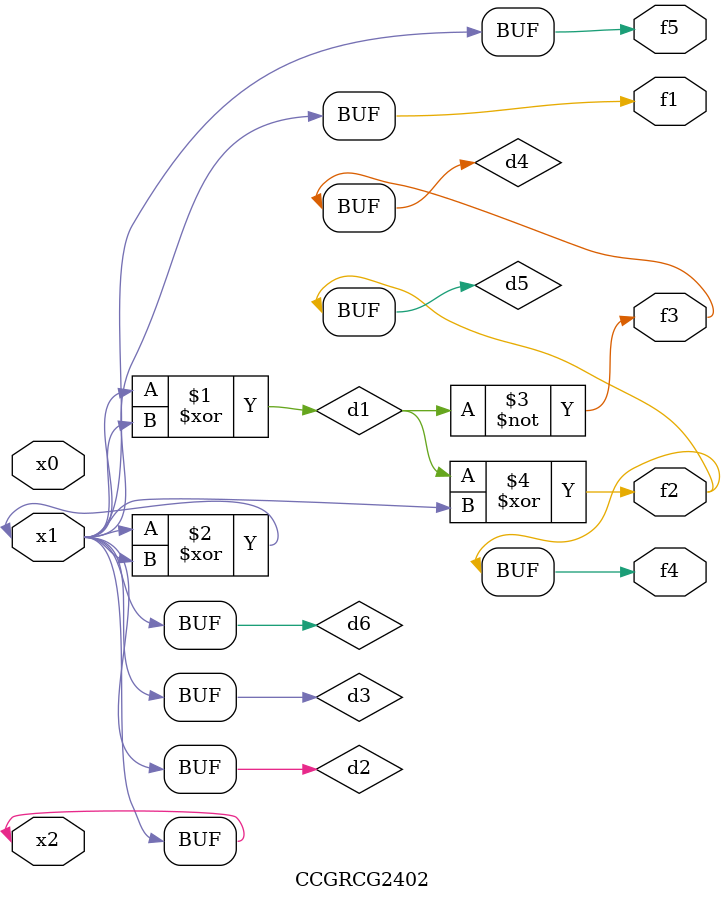
<source format=v>
module CCGRCG2402(
	input x0, x1, x2,
	output f1, f2, f3, f4, f5
);

	wire d1, d2, d3, d4, d5, d6;

	xor (d1, x1, x2);
	buf (d2, x1, x2);
	xor (d3, x1, x2);
	nor (d4, d1);
	xor (d5, d1, d2);
	buf (d6, d2, d3);
	assign f1 = d6;
	assign f2 = d5;
	assign f3 = d4;
	assign f4 = d5;
	assign f5 = d6;
endmodule

</source>
